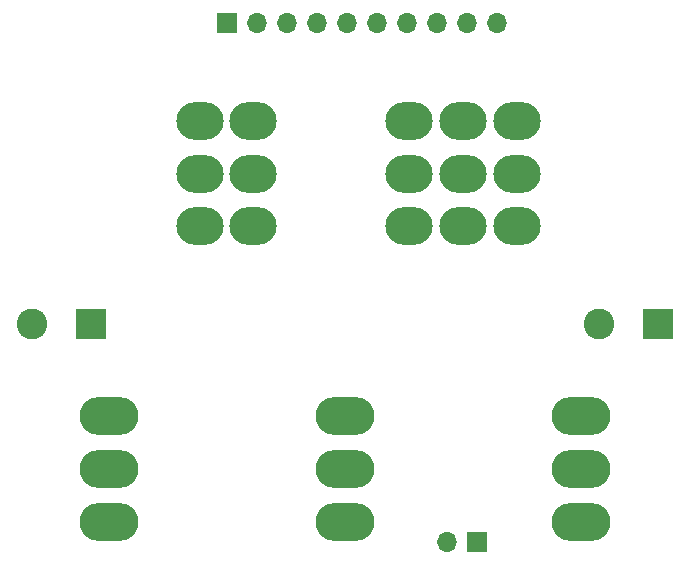
<source format=gbs>
G04 #@! TF.GenerationSoftware,KiCad,Pcbnew,5.1.10*
G04 #@! TF.CreationDate,2021-06-29T02:58:05-05:00*
G04 #@! TF.ProjectId,Power Board,506f7765-7220-4426-9f61-72642e6b6963,rev?*
G04 #@! TF.SameCoordinates,Original*
G04 #@! TF.FileFunction,Soldermask,Bot*
G04 #@! TF.FilePolarity,Negative*
%FSLAX46Y46*%
G04 Gerber Fmt 4.6, Leading zero omitted, Abs format (unit mm)*
G04 Created by KiCad (PCBNEW 5.1.10) date 2021-06-29 02:58:05*
%MOMM*%
%LPD*%
G01*
G04 APERTURE LIST*
%ADD10C,2.600000*%
%ADD11R,2.600000X2.600000*%
%ADD12O,4.000000X3.200000*%
%ADD13O,5.000000X3.200000*%
%ADD14O,1.700000X1.700000*%
%ADD15R,1.700000X1.700000*%
G04 APERTURE END LIST*
D10*
X89000000Y-158250000D03*
D11*
X94000000Y-158250000D03*
D12*
X59750000Y-141050000D03*
X59750000Y-149950000D03*
X59750000Y-145500000D03*
X55250000Y-149950000D03*
X55250000Y-145500000D03*
X55250000Y-141050000D03*
X72900000Y-149950000D03*
X72900000Y-141050000D03*
X72900000Y-145500000D03*
X77500000Y-141050000D03*
X77500000Y-145500000D03*
X77500000Y-149950000D03*
X82100000Y-149950000D03*
X82100000Y-141050000D03*
X82100000Y-145500000D03*
D10*
X41000000Y-158250000D03*
D11*
X46000000Y-158250000D03*
D13*
X67500000Y-166050000D03*
X67500000Y-170500000D03*
X67500000Y-174950000D03*
D14*
X76154000Y-176720000D03*
D15*
X78694000Y-176720000D03*
D13*
X47500000Y-166050000D03*
X47500000Y-170500000D03*
X47500000Y-174950000D03*
X87500000Y-166050000D03*
X87500000Y-170500000D03*
X87500000Y-174950000D03*
D14*
X80360000Y-132750000D03*
X77820000Y-132750000D03*
X75280000Y-132750000D03*
X72740000Y-132750000D03*
X70200000Y-132750000D03*
X67660000Y-132750000D03*
X65120000Y-132750000D03*
X62580000Y-132750000D03*
X60040000Y-132750000D03*
D15*
X57500000Y-132750000D03*
M02*

</source>
